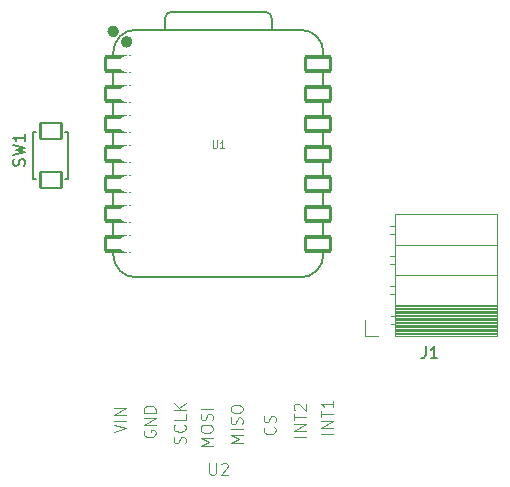
<source format=gto>
G04 #@! TF.GenerationSoftware,KiCad,Pcbnew,9.0.2*
G04 #@! TF.CreationDate,2025-06-11T04:48:02-04:00*
G04 #@! TF.ProjectId,HackCharm,4861636b-4368-4617-926d-2e6b69636164,rev?*
G04 #@! TF.SameCoordinates,Original*
G04 #@! TF.FileFunction,Legend,Top*
G04 #@! TF.FilePolarity,Positive*
%FSLAX46Y46*%
G04 Gerber Fmt 4.6, Leading zero omitted, Abs format (unit mm)*
G04 Created by KiCad (PCBNEW 9.0.2) date 2025-06-11 04:48:02*
%MOMM*%
%LPD*%
G01*
G04 APERTURE LIST*
G04 Aperture macros list*
%AMRoundRect*
0 Rectangle with rounded corners*
0 $1 Rounding radius*
0 $2 $3 $4 $5 $6 $7 $8 $9 X,Y pos of 4 corners*
0 Add a 4 corners polygon primitive as box body*
4,1,4,$2,$3,$4,$5,$6,$7,$8,$9,$2,$3,0*
0 Add four circle primitives for the rounded corners*
1,1,$1+$1,$2,$3*
1,1,$1+$1,$4,$5*
1,1,$1+$1,$6,$7*
1,1,$1+$1,$8,$9*
0 Add four rect primitives between the rounded corners*
20,1,$1+$1,$2,$3,$4,$5,0*
20,1,$1+$1,$4,$5,$6,$7,0*
20,1,$1+$1,$6,$7,$8,$9,0*
20,1,$1+$1,$8,$9,$2,$3,0*%
G04 Aperture macros list end*
%ADD10C,0.100000*%
%ADD11C,0.101600*%
%ADD12C,0.150000*%
%ADD13C,0.127000*%
%ADD14C,0.504000*%
%ADD15C,0.120000*%
%ADD16R,1.524000X1.524000*%
%ADD17C,1.524000*%
%ADD18RoundRect,0.152400X1.063600X0.609600X-1.063600X0.609600X-1.063600X-0.609600X1.063600X-0.609600X0*%
%ADD19RoundRect,0.152400X-1.063600X-0.609600X1.063600X-0.609600X1.063600X0.609600X-1.063600X0.609600X0*%
%ADD20RoundRect,0.102000X0.900000X-0.675000X0.900000X0.675000X-0.900000X0.675000X-0.900000X-0.675000X0*%
%ADD21R,1.700000X1.700000*%
%ADD22C,1.700000*%
G04 APERTURE END LIST*
D10*
X152338095Y-114557419D02*
X152338095Y-115366942D01*
X152338095Y-115366942D02*
X152385714Y-115462180D01*
X152385714Y-115462180D02*
X152433333Y-115509800D01*
X152433333Y-115509800D02*
X152528571Y-115557419D01*
X152528571Y-115557419D02*
X152719047Y-115557419D01*
X152719047Y-115557419D02*
X152814285Y-115509800D01*
X152814285Y-115509800D02*
X152861904Y-115462180D01*
X152861904Y-115462180D02*
X152909523Y-115366942D01*
X152909523Y-115366942D02*
X152909523Y-114557419D01*
X153338095Y-114652657D02*
X153385714Y-114605038D01*
X153385714Y-114605038D02*
X153480952Y-114557419D01*
X153480952Y-114557419D02*
X153719047Y-114557419D01*
X153719047Y-114557419D02*
X153814285Y-114605038D01*
X153814285Y-114605038D02*
X153861904Y-114652657D01*
X153861904Y-114652657D02*
X153909523Y-114747895D01*
X153909523Y-114747895D02*
X153909523Y-114843133D01*
X153909523Y-114843133D02*
X153861904Y-114985990D01*
X153861904Y-114985990D02*
X153290476Y-115557419D01*
X153290476Y-115557419D02*
X153909523Y-115557419D01*
X152610419Y-113096115D02*
X151610419Y-113096115D01*
X151610419Y-113096115D02*
X152324704Y-112762782D01*
X152324704Y-112762782D02*
X151610419Y-112429449D01*
X151610419Y-112429449D02*
X152610419Y-112429449D01*
X151610419Y-111762782D02*
X151610419Y-111572306D01*
X151610419Y-111572306D02*
X151658038Y-111477068D01*
X151658038Y-111477068D02*
X151753276Y-111381830D01*
X151753276Y-111381830D02*
X151943752Y-111334211D01*
X151943752Y-111334211D02*
X152277085Y-111334211D01*
X152277085Y-111334211D02*
X152467561Y-111381830D01*
X152467561Y-111381830D02*
X152562800Y-111477068D01*
X152562800Y-111477068D02*
X152610419Y-111572306D01*
X152610419Y-111572306D02*
X152610419Y-111762782D01*
X152610419Y-111762782D02*
X152562800Y-111858020D01*
X152562800Y-111858020D02*
X152467561Y-111953258D01*
X152467561Y-111953258D02*
X152277085Y-112000877D01*
X152277085Y-112000877D02*
X151943752Y-112000877D01*
X151943752Y-112000877D02*
X151753276Y-111953258D01*
X151753276Y-111953258D02*
X151658038Y-111858020D01*
X151658038Y-111858020D02*
X151610419Y-111762782D01*
X152562800Y-110953258D02*
X152610419Y-110810401D01*
X152610419Y-110810401D02*
X152610419Y-110572306D01*
X152610419Y-110572306D02*
X152562800Y-110477068D01*
X152562800Y-110477068D02*
X152515180Y-110429449D01*
X152515180Y-110429449D02*
X152419942Y-110381830D01*
X152419942Y-110381830D02*
X152324704Y-110381830D01*
X152324704Y-110381830D02*
X152229466Y-110429449D01*
X152229466Y-110429449D02*
X152181847Y-110477068D01*
X152181847Y-110477068D02*
X152134228Y-110572306D01*
X152134228Y-110572306D02*
X152086609Y-110762782D01*
X152086609Y-110762782D02*
X152038990Y-110858020D01*
X152038990Y-110858020D02*
X151991371Y-110905639D01*
X151991371Y-110905639D02*
X151896133Y-110953258D01*
X151896133Y-110953258D02*
X151800895Y-110953258D01*
X151800895Y-110953258D02*
X151705657Y-110905639D01*
X151705657Y-110905639D02*
X151658038Y-110858020D01*
X151658038Y-110858020D02*
X151610419Y-110762782D01*
X151610419Y-110762782D02*
X151610419Y-110524687D01*
X151610419Y-110524687D02*
X151658038Y-110381830D01*
X152610419Y-109953258D02*
X151610419Y-109953258D01*
X155158419Y-112842115D02*
X154158419Y-112842115D01*
X154158419Y-112842115D02*
X154872704Y-112508782D01*
X154872704Y-112508782D02*
X154158419Y-112175449D01*
X154158419Y-112175449D02*
X155158419Y-112175449D01*
X155158419Y-111699258D02*
X154158419Y-111699258D01*
X155110800Y-111270687D02*
X155158419Y-111127830D01*
X155158419Y-111127830D02*
X155158419Y-110889735D01*
X155158419Y-110889735D02*
X155110800Y-110794497D01*
X155110800Y-110794497D02*
X155063180Y-110746878D01*
X155063180Y-110746878D02*
X154967942Y-110699259D01*
X154967942Y-110699259D02*
X154872704Y-110699259D01*
X154872704Y-110699259D02*
X154777466Y-110746878D01*
X154777466Y-110746878D02*
X154729847Y-110794497D01*
X154729847Y-110794497D02*
X154682228Y-110889735D01*
X154682228Y-110889735D02*
X154634609Y-111080211D01*
X154634609Y-111080211D02*
X154586990Y-111175449D01*
X154586990Y-111175449D02*
X154539371Y-111223068D01*
X154539371Y-111223068D02*
X154444133Y-111270687D01*
X154444133Y-111270687D02*
X154348895Y-111270687D01*
X154348895Y-111270687D02*
X154253657Y-111223068D01*
X154253657Y-111223068D02*
X154206038Y-111175449D01*
X154206038Y-111175449D02*
X154158419Y-111080211D01*
X154158419Y-111080211D02*
X154158419Y-110842116D01*
X154158419Y-110842116D02*
X154206038Y-110699259D01*
X154158419Y-110080211D02*
X154158419Y-109889735D01*
X154158419Y-109889735D02*
X154206038Y-109794497D01*
X154206038Y-109794497D02*
X154301276Y-109699259D01*
X154301276Y-109699259D02*
X154491752Y-109651640D01*
X154491752Y-109651640D02*
X154825085Y-109651640D01*
X154825085Y-109651640D02*
X155015561Y-109699259D01*
X155015561Y-109699259D02*
X155110800Y-109794497D01*
X155110800Y-109794497D02*
X155158419Y-109889735D01*
X155158419Y-109889735D02*
X155158419Y-110080211D01*
X155158419Y-110080211D02*
X155110800Y-110175449D01*
X155110800Y-110175449D02*
X155015561Y-110270687D01*
X155015561Y-110270687D02*
X154825085Y-110318306D01*
X154825085Y-110318306D02*
X154491752Y-110318306D01*
X154491752Y-110318306D02*
X154301276Y-110270687D01*
X154301276Y-110270687D02*
X154206038Y-110175449D01*
X154206038Y-110175449D02*
X154158419Y-110080211D01*
X160492419Y-112334115D02*
X159492419Y-112334115D01*
X160492419Y-111857925D02*
X159492419Y-111857925D01*
X159492419Y-111857925D02*
X160492419Y-111286497D01*
X160492419Y-111286497D02*
X159492419Y-111286497D01*
X159492419Y-110953163D02*
X159492419Y-110381735D01*
X160492419Y-110667449D02*
X159492419Y-110667449D01*
X159587657Y-110096020D02*
X159540038Y-110048401D01*
X159540038Y-110048401D02*
X159492419Y-109953163D01*
X159492419Y-109953163D02*
X159492419Y-109715068D01*
X159492419Y-109715068D02*
X159540038Y-109619830D01*
X159540038Y-109619830D02*
X159587657Y-109572211D01*
X159587657Y-109572211D02*
X159682895Y-109524592D01*
X159682895Y-109524592D02*
X159778133Y-109524592D01*
X159778133Y-109524592D02*
X159920990Y-109572211D01*
X159920990Y-109572211D02*
X160492419Y-110143639D01*
X160492419Y-110143639D02*
X160492419Y-109524592D01*
X162778419Y-112080115D02*
X161778419Y-112080115D01*
X162778419Y-111603925D02*
X161778419Y-111603925D01*
X161778419Y-111603925D02*
X162778419Y-111032497D01*
X162778419Y-111032497D02*
X161778419Y-111032497D01*
X161778419Y-110699163D02*
X161778419Y-110127735D01*
X162778419Y-110413449D02*
X161778419Y-110413449D01*
X162778419Y-109270592D02*
X162778419Y-109842020D01*
X162778419Y-109556306D02*
X161778419Y-109556306D01*
X161778419Y-109556306D02*
X161921276Y-109651544D01*
X161921276Y-109651544D02*
X162016514Y-109746782D01*
X162016514Y-109746782D02*
X162064133Y-109842020D01*
X157857180Y-111508687D02*
X157904800Y-111556306D01*
X157904800Y-111556306D02*
X157952419Y-111699163D01*
X157952419Y-111699163D02*
X157952419Y-111794401D01*
X157952419Y-111794401D02*
X157904800Y-111937258D01*
X157904800Y-111937258D02*
X157809561Y-112032496D01*
X157809561Y-112032496D02*
X157714323Y-112080115D01*
X157714323Y-112080115D02*
X157523847Y-112127734D01*
X157523847Y-112127734D02*
X157380990Y-112127734D01*
X157380990Y-112127734D02*
X157190514Y-112080115D01*
X157190514Y-112080115D02*
X157095276Y-112032496D01*
X157095276Y-112032496D02*
X157000038Y-111937258D01*
X157000038Y-111937258D02*
X156952419Y-111794401D01*
X156952419Y-111794401D02*
X156952419Y-111699163D01*
X156952419Y-111699163D02*
X157000038Y-111556306D01*
X157000038Y-111556306D02*
X157047657Y-111508687D01*
X157904800Y-111127734D02*
X157952419Y-110984877D01*
X157952419Y-110984877D02*
X157952419Y-110746782D01*
X157952419Y-110746782D02*
X157904800Y-110651544D01*
X157904800Y-110651544D02*
X157857180Y-110603925D01*
X157857180Y-110603925D02*
X157761942Y-110556306D01*
X157761942Y-110556306D02*
X157666704Y-110556306D01*
X157666704Y-110556306D02*
X157571466Y-110603925D01*
X157571466Y-110603925D02*
X157523847Y-110651544D01*
X157523847Y-110651544D02*
X157476228Y-110746782D01*
X157476228Y-110746782D02*
X157428609Y-110937258D01*
X157428609Y-110937258D02*
X157380990Y-111032496D01*
X157380990Y-111032496D02*
X157333371Y-111080115D01*
X157333371Y-111080115D02*
X157238133Y-111127734D01*
X157238133Y-111127734D02*
X157142895Y-111127734D01*
X157142895Y-111127734D02*
X157047657Y-111080115D01*
X157047657Y-111080115D02*
X157000038Y-111032496D01*
X157000038Y-111032496D02*
X156952419Y-110937258D01*
X156952419Y-110937258D02*
X156952419Y-110699163D01*
X156952419Y-110699163D02*
X157000038Y-110556306D01*
X144252419Y-111968972D02*
X145252419Y-111635639D01*
X145252419Y-111635639D02*
X144252419Y-111302306D01*
X145252419Y-110968972D02*
X144252419Y-110968972D01*
X145252419Y-110492782D02*
X144252419Y-110492782D01*
X144252419Y-110492782D02*
X145252419Y-109921354D01*
X145252419Y-109921354D02*
X144252419Y-109921354D01*
X146840038Y-111810306D02*
X146792419Y-111905544D01*
X146792419Y-111905544D02*
X146792419Y-112048401D01*
X146792419Y-112048401D02*
X146840038Y-112191258D01*
X146840038Y-112191258D02*
X146935276Y-112286496D01*
X146935276Y-112286496D02*
X147030514Y-112334115D01*
X147030514Y-112334115D02*
X147220990Y-112381734D01*
X147220990Y-112381734D02*
X147363847Y-112381734D01*
X147363847Y-112381734D02*
X147554323Y-112334115D01*
X147554323Y-112334115D02*
X147649561Y-112286496D01*
X147649561Y-112286496D02*
X147744800Y-112191258D01*
X147744800Y-112191258D02*
X147792419Y-112048401D01*
X147792419Y-112048401D02*
X147792419Y-111953163D01*
X147792419Y-111953163D02*
X147744800Y-111810306D01*
X147744800Y-111810306D02*
X147697180Y-111762687D01*
X147697180Y-111762687D02*
X147363847Y-111762687D01*
X147363847Y-111762687D02*
X147363847Y-111953163D01*
X147792419Y-111334115D02*
X146792419Y-111334115D01*
X146792419Y-111334115D02*
X147792419Y-110762687D01*
X147792419Y-110762687D02*
X146792419Y-110762687D01*
X147792419Y-110286496D02*
X146792419Y-110286496D01*
X146792419Y-110286496D02*
X146792419Y-110048401D01*
X146792419Y-110048401D02*
X146840038Y-109905544D01*
X146840038Y-109905544D02*
X146935276Y-109810306D01*
X146935276Y-109810306D02*
X147030514Y-109762687D01*
X147030514Y-109762687D02*
X147220990Y-109715068D01*
X147220990Y-109715068D02*
X147363847Y-109715068D01*
X147363847Y-109715068D02*
X147554323Y-109762687D01*
X147554323Y-109762687D02*
X147649561Y-109810306D01*
X147649561Y-109810306D02*
X147744800Y-109905544D01*
X147744800Y-109905544D02*
X147792419Y-110048401D01*
X147792419Y-110048401D02*
X147792419Y-110286496D01*
X150284800Y-112889734D02*
X150332419Y-112746877D01*
X150332419Y-112746877D02*
X150332419Y-112508782D01*
X150332419Y-112508782D02*
X150284800Y-112413544D01*
X150284800Y-112413544D02*
X150237180Y-112365925D01*
X150237180Y-112365925D02*
X150141942Y-112318306D01*
X150141942Y-112318306D02*
X150046704Y-112318306D01*
X150046704Y-112318306D02*
X149951466Y-112365925D01*
X149951466Y-112365925D02*
X149903847Y-112413544D01*
X149903847Y-112413544D02*
X149856228Y-112508782D01*
X149856228Y-112508782D02*
X149808609Y-112699258D01*
X149808609Y-112699258D02*
X149760990Y-112794496D01*
X149760990Y-112794496D02*
X149713371Y-112842115D01*
X149713371Y-112842115D02*
X149618133Y-112889734D01*
X149618133Y-112889734D02*
X149522895Y-112889734D01*
X149522895Y-112889734D02*
X149427657Y-112842115D01*
X149427657Y-112842115D02*
X149380038Y-112794496D01*
X149380038Y-112794496D02*
X149332419Y-112699258D01*
X149332419Y-112699258D02*
X149332419Y-112461163D01*
X149332419Y-112461163D02*
X149380038Y-112318306D01*
X150237180Y-111318306D02*
X150284800Y-111365925D01*
X150284800Y-111365925D02*
X150332419Y-111508782D01*
X150332419Y-111508782D02*
X150332419Y-111604020D01*
X150332419Y-111604020D02*
X150284800Y-111746877D01*
X150284800Y-111746877D02*
X150189561Y-111842115D01*
X150189561Y-111842115D02*
X150094323Y-111889734D01*
X150094323Y-111889734D02*
X149903847Y-111937353D01*
X149903847Y-111937353D02*
X149760990Y-111937353D01*
X149760990Y-111937353D02*
X149570514Y-111889734D01*
X149570514Y-111889734D02*
X149475276Y-111842115D01*
X149475276Y-111842115D02*
X149380038Y-111746877D01*
X149380038Y-111746877D02*
X149332419Y-111604020D01*
X149332419Y-111604020D02*
X149332419Y-111508782D01*
X149332419Y-111508782D02*
X149380038Y-111365925D01*
X149380038Y-111365925D02*
X149427657Y-111318306D01*
X150332419Y-110413544D02*
X150332419Y-110889734D01*
X150332419Y-110889734D02*
X149332419Y-110889734D01*
X150332419Y-110080210D02*
X149332419Y-110080210D01*
X150332419Y-109508782D02*
X149760990Y-109937353D01*
X149332419Y-109508782D02*
X149903847Y-110080210D01*
D11*
X152616190Y-87253479D02*
X152616190Y-87767526D01*
X152616190Y-87767526D02*
X152646428Y-87828002D01*
X152646428Y-87828002D02*
X152676666Y-87858241D01*
X152676666Y-87858241D02*
X152737142Y-87888479D01*
X152737142Y-87888479D02*
X152858095Y-87888479D01*
X152858095Y-87888479D02*
X152918571Y-87858241D01*
X152918571Y-87858241D02*
X152948809Y-87828002D01*
X152948809Y-87828002D02*
X152979047Y-87767526D01*
X152979047Y-87767526D02*
X152979047Y-87253479D01*
X153614047Y-87888479D02*
X153251190Y-87888479D01*
X153432618Y-87888479D02*
X153432618Y-87253479D01*
X153432618Y-87253479D02*
X153372142Y-87344193D01*
X153372142Y-87344193D02*
X153311666Y-87404669D01*
X153311666Y-87404669D02*
X153251190Y-87434907D01*
D12*
X136672200Y-89408332D02*
X136719819Y-89265475D01*
X136719819Y-89265475D02*
X136719819Y-89027380D01*
X136719819Y-89027380D02*
X136672200Y-88932142D01*
X136672200Y-88932142D02*
X136624580Y-88884523D01*
X136624580Y-88884523D02*
X136529342Y-88836904D01*
X136529342Y-88836904D02*
X136434104Y-88836904D01*
X136434104Y-88836904D02*
X136338866Y-88884523D01*
X136338866Y-88884523D02*
X136291247Y-88932142D01*
X136291247Y-88932142D02*
X136243628Y-89027380D01*
X136243628Y-89027380D02*
X136196009Y-89217856D01*
X136196009Y-89217856D02*
X136148390Y-89313094D01*
X136148390Y-89313094D02*
X136100771Y-89360713D01*
X136100771Y-89360713D02*
X136005533Y-89408332D01*
X136005533Y-89408332D02*
X135910295Y-89408332D01*
X135910295Y-89408332D02*
X135815057Y-89360713D01*
X135815057Y-89360713D02*
X135767438Y-89313094D01*
X135767438Y-89313094D02*
X135719819Y-89217856D01*
X135719819Y-89217856D02*
X135719819Y-88979761D01*
X135719819Y-88979761D02*
X135767438Y-88836904D01*
X135719819Y-88503570D02*
X136719819Y-88265475D01*
X136719819Y-88265475D02*
X136005533Y-88074999D01*
X136005533Y-88074999D02*
X136719819Y-87884523D01*
X136719819Y-87884523D02*
X135719819Y-87646428D01*
X136719819Y-86741666D02*
X136719819Y-87313094D01*
X136719819Y-87027380D02*
X135719819Y-87027380D01*
X135719819Y-87027380D02*
X135862676Y-87122618D01*
X135862676Y-87122618D02*
X135957914Y-87217856D01*
X135957914Y-87217856D02*
X136005533Y-87313094D01*
X170646666Y-104674819D02*
X170646666Y-105389104D01*
X170646666Y-105389104D02*
X170599047Y-105531961D01*
X170599047Y-105531961D02*
X170503809Y-105627200D01*
X170503809Y-105627200D02*
X170360952Y-105674819D01*
X170360952Y-105674819D02*
X170265714Y-105674819D01*
X171646666Y-105674819D02*
X171075238Y-105674819D01*
X171360952Y-105674819D02*
X171360952Y-104674819D01*
X171360952Y-104674819D02*
X171265714Y-104817676D01*
X171265714Y-104817676D02*
X171170476Y-104912914D01*
X171170476Y-104912914D02*
X171075238Y-104960533D01*
D13*
G04 #@! TO.C,U1*
X144210000Y-96927500D02*
X144210000Y-79782500D01*
X146115000Y-98832500D02*
X160085000Y-98832500D01*
X148605000Y-77877500D02*
X148608728Y-76867228D01*
X149108728Y-76367500D02*
X157104000Y-76367500D01*
X157604000Y-76867500D02*
X157604000Y-77877500D01*
D10*
X160085000Y-77877500D02*
X146115000Y-77877500D01*
D13*
X160085000Y-77877500D02*
X146115000Y-77877500D01*
X161990000Y-96927500D02*
X161990000Y-79782500D01*
X144210000Y-79782500D02*
G75*
G02*
X146115000Y-77877500I1905001J-1D01*
G01*
X146115000Y-98832500D02*
G75*
G02*
X144210000Y-96927500I1J1905001D01*
G01*
X148608728Y-76867228D02*
G75*
G02*
X149108728Y-76367501I500018J-291D01*
G01*
X157104000Y-76367500D02*
G75*
G02*
X157604000Y-76867500I0J-500000D01*
G01*
X160085000Y-77877500D02*
G75*
G02*
X161990000Y-79782500I0J-1905000D01*
G01*
X161990000Y-96927500D02*
G75*
G02*
X160085000Y-98832500I-1905000J0D01*
G01*
D14*
X144448000Y-78018500D02*
G75*
G02*
X143944000Y-78018500I-252000J0D01*
G01*
X143944000Y-78018500D02*
G75*
G02*
X144448000Y-78018500I252000J0D01*
G01*
X145591000Y-78898500D02*
G75*
G02*
X145087000Y-78898500I-252000J0D01*
G01*
X145087000Y-78898500D02*
G75*
G02*
X145591000Y-78898500I252000J0D01*
G01*
D13*
G04 #@! TO.C,SW1*
X137450000Y-86500000D02*
X137680000Y-86500000D01*
X137450000Y-90500000D02*
X137450000Y-86500000D01*
X137680000Y-90500000D02*
X137450000Y-90500000D01*
X140350000Y-86500000D02*
X140120000Y-86500000D01*
X140350000Y-86500000D02*
X140350000Y-90500000D01*
X140350000Y-90500000D02*
X140120000Y-90500000D01*
D15*
G04 #@! TO.C,J1*
X165490000Y-103780000D02*
X165490000Y-102450000D01*
X166600000Y-103780000D02*
X165490000Y-103780000D01*
X168060000Y-94470000D02*
X167650000Y-94470000D01*
X168060000Y-95190000D02*
X167650000Y-95190000D01*
X168060000Y-97010000D02*
X167650000Y-97010000D01*
X168060000Y-97730000D02*
X167650000Y-97730000D01*
X168060000Y-99550000D02*
X167650000Y-99550000D01*
X168060000Y-100270000D02*
X167650000Y-100270000D01*
X168060000Y-102090000D02*
X167710000Y-102090000D01*
X168060000Y-102810000D02*
X167710000Y-102810000D01*
X168060000Y-103780000D02*
X168060000Y-93500000D01*
X176690000Y-93500000D02*
X168060000Y-93500000D01*
X176690000Y-96100000D02*
X168060000Y-96100000D01*
X176690000Y-98640000D02*
X168060000Y-98640000D01*
X176690000Y-101180000D02*
X168060000Y-101180000D01*
X176690000Y-101298100D02*
X168060000Y-101298100D01*
X176690000Y-101416195D02*
X168060000Y-101416195D01*
X176690000Y-101534290D02*
X168060000Y-101534290D01*
X176690000Y-101652385D02*
X168060000Y-101652385D01*
X176690000Y-101770480D02*
X168060000Y-101770480D01*
X176690000Y-101888575D02*
X168060000Y-101888575D01*
X176690000Y-102006670D02*
X168060000Y-102006670D01*
X176690000Y-102124765D02*
X168060000Y-102124765D01*
X176690000Y-102242860D02*
X168060000Y-102242860D01*
X176690000Y-102360955D02*
X168060000Y-102360955D01*
X176690000Y-102479050D02*
X168060000Y-102479050D01*
X176690000Y-102597145D02*
X168060000Y-102597145D01*
X176690000Y-102715240D02*
X168060000Y-102715240D01*
X176690000Y-102833335D02*
X168060000Y-102833335D01*
X176690000Y-102951430D02*
X168060000Y-102951430D01*
X176690000Y-103069525D02*
X168060000Y-103069525D01*
X176690000Y-103187620D02*
X168060000Y-103187620D01*
X176690000Y-103305715D02*
X168060000Y-103305715D01*
X176690000Y-103423810D02*
X168060000Y-103423810D01*
X176690000Y-103541905D02*
X168060000Y-103541905D01*
X176690000Y-103660000D02*
X168060000Y-103660000D01*
X176690000Y-103780000D02*
X168060000Y-103780000D01*
X176690000Y-103780000D02*
X176690000Y-93500000D01*
G04 #@! TD*
%LPC*%
D16*
G04 #@! TO.C,U2*
X144618000Y-108320000D03*
D17*
X147158000Y-108320000D03*
X149698000Y-108320000D03*
X152238000Y-108320000D03*
X154778000Y-108320000D03*
X157318000Y-108320000D03*
X159858000Y-108320000D03*
X162398000Y-108320000D03*
G04 #@! TD*
D18*
G04 #@! TO.C,U1*
X144645000Y-80798500D03*
D17*
X145480000Y-80798500D03*
D18*
X144645000Y-83338500D03*
D17*
X145480000Y-83338500D03*
D18*
X144645000Y-85878500D03*
D17*
X145480000Y-85878500D03*
D18*
X144645000Y-88418500D03*
D17*
X145480000Y-88418500D03*
D18*
X144645000Y-90958500D03*
D17*
X145480000Y-90958500D03*
D18*
X144645000Y-93498500D03*
D17*
X145480000Y-93498500D03*
D18*
X144645000Y-96038500D03*
D17*
X145480000Y-96038500D03*
X160720000Y-96038500D03*
D19*
X161555000Y-96038500D03*
D17*
X160720000Y-93498500D03*
D19*
X161555000Y-93498500D03*
D17*
X160720000Y-90958500D03*
D19*
X161555000Y-90958500D03*
D17*
X160720000Y-88418500D03*
D19*
X161555000Y-88418500D03*
D17*
X160720000Y-85878500D03*
D19*
X161555000Y-85878500D03*
D17*
X160720000Y-83338500D03*
D19*
X161555000Y-83338500D03*
D17*
X160720000Y-80798500D03*
D19*
X161555000Y-80798500D03*
G04 #@! TD*
D20*
G04 #@! TO.C,SW1*
X138900000Y-90575000D03*
X138900000Y-86425000D03*
G04 #@! TD*
D21*
G04 #@! TO.C,J1*
X166600000Y-102450000D03*
D22*
X166600000Y-99910000D03*
X166600000Y-97370000D03*
X166600000Y-94830000D03*
G04 #@! TD*
%LPD*%
M02*

</source>
